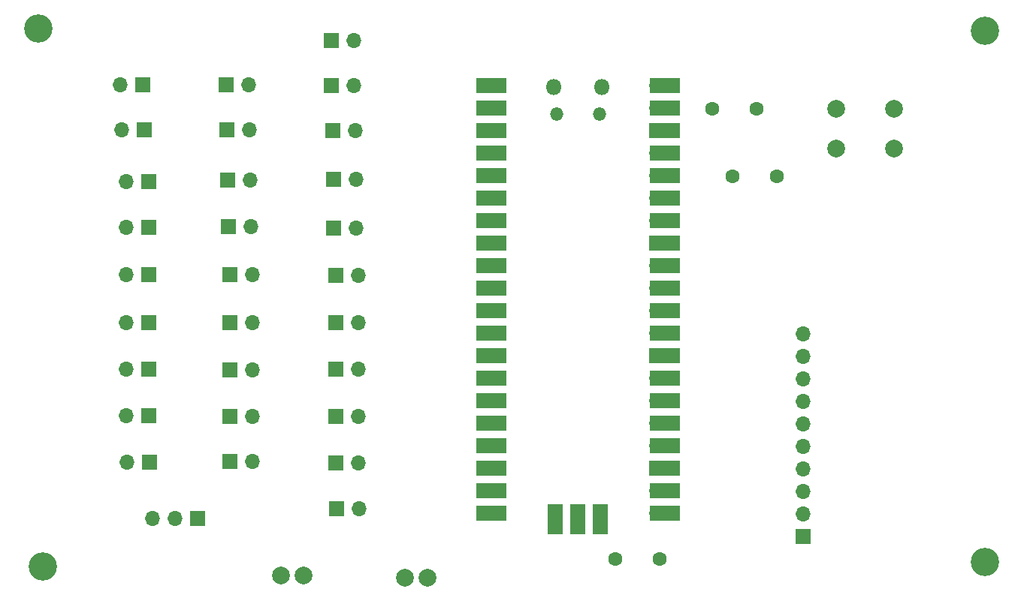
<source format=gbr>
%TF.GenerationSoftware,KiCad,Pcbnew,(6.0.7)*%
%TF.CreationDate,2022-09-20T14:40:13-04:00*%
%TF.ProjectId,RPi Pico Core,52506920-5069-4636-9f20-436f72652e6b,rev?*%
%TF.SameCoordinates,Original*%
%TF.FileFunction,Soldermask,Top*%
%TF.FilePolarity,Negative*%
%FSLAX46Y46*%
G04 Gerber Fmt 4.6, Leading zero omitted, Abs format (unit mm)*
G04 Created by KiCad (PCBNEW (6.0.7)) date 2022-09-20 14:40:13*
%MOMM*%
%LPD*%
G01*
G04 APERTURE LIST*
%ADD10C,2.000000*%
%ADD11C,3.200000*%
%ADD12O,1.800000X1.800000*%
%ADD13O,1.500000X1.500000*%
%ADD14O,1.700000X1.700000*%
%ADD15R,3.500000X1.700000*%
%ADD16R,1.700000X1.700000*%
%ADD17R,1.700000X3.500000*%
%ADD18C,1.600000*%
G04 APERTURE END LIST*
D10*
%TO.C,TP2*%
X141593000Y-128210000D03*
X139053000Y-128210000D03*
%TD*%
%TO.C,TP1*%
X125083000Y-127956000D03*
X127623000Y-127956000D03*
%TD*%
D11*
%TO.C,H4*%
X97778000Y-66234000D03*
%TD*%
%TO.C,H3*%
X204458000Y-66488000D03*
%TD*%
%TO.C,H2*%
X204458000Y-126432000D03*
%TD*%
%TO.C,H1*%
X98286000Y-126940000D03*
%TD*%
D12*
%TO.C,U1*%
X155832081Y-72810000D03*
D13*
X156132081Y-75840000D03*
D12*
X161282081Y-72810000D03*
D13*
X160982081Y-75840000D03*
D14*
X149667081Y-72680000D03*
D15*
X148767081Y-72680000D03*
X148767081Y-75220000D03*
D14*
X149667081Y-75220000D03*
D16*
X149667081Y-77760000D03*
D15*
X148767081Y-77760000D03*
D14*
X149667081Y-80300000D03*
D15*
X148767081Y-80300000D03*
X148767081Y-82840000D03*
D14*
X149667081Y-82840000D03*
D15*
X148767081Y-85380000D03*
D14*
X149667081Y-85380000D03*
D15*
X148767081Y-87920000D03*
D14*
X149667081Y-87920000D03*
D15*
X148767081Y-90460000D03*
D16*
X149667081Y-90460000D03*
D15*
X148767081Y-93000000D03*
D14*
X149667081Y-93000000D03*
X149667081Y-95540000D03*
D15*
X148767081Y-95540000D03*
D14*
X149667081Y-98080000D03*
D15*
X148767081Y-98080000D03*
D14*
X149667081Y-100620000D03*
D15*
X148767081Y-100620000D03*
D16*
X149667081Y-103160000D03*
D15*
X148767081Y-103160000D03*
D14*
X149667081Y-105700000D03*
D15*
X148767081Y-105700000D03*
X148767081Y-108240000D03*
D14*
X149667081Y-108240000D03*
D15*
X148767081Y-110780000D03*
D14*
X149667081Y-110780000D03*
D15*
X148767081Y-113320000D03*
D14*
X149667081Y-113320000D03*
D15*
X148767081Y-115860000D03*
D16*
X149667081Y-115860000D03*
D15*
X148767081Y-118400000D03*
D14*
X149667081Y-118400000D03*
X149667081Y-120940000D03*
D15*
X148767081Y-120940000D03*
D14*
X167447081Y-120940000D03*
D15*
X168347081Y-120940000D03*
D14*
X167447081Y-118400000D03*
D15*
X168347081Y-118400000D03*
X168347081Y-115860000D03*
D16*
X167447081Y-115860000D03*
D15*
X168347081Y-113320000D03*
D14*
X167447081Y-113320000D03*
D15*
X168347081Y-110780000D03*
D14*
X167447081Y-110780000D03*
X167447081Y-108240000D03*
D15*
X168347081Y-108240000D03*
X168347081Y-105700000D03*
D14*
X167447081Y-105700000D03*
D15*
X168347081Y-103160000D03*
D16*
X167447081Y-103160000D03*
D14*
X167447081Y-100620000D03*
D15*
X168347081Y-100620000D03*
D14*
X167447081Y-98080000D03*
D15*
X168347081Y-98080000D03*
D14*
X167447081Y-95540000D03*
D15*
X168347081Y-95540000D03*
X168347081Y-93000000D03*
D14*
X167447081Y-93000000D03*
D15*
X168347081Y-90460000D03*
D16*
X167447081Y-90460000D03*
D14*
X167447081Y-87920000D03*
D15*
X168347081Y-87920000D03*
D14*
X167447081Y-85380000D03*
D15*
X168347081Y-85380000D03*
X168347081Y-82840000D03*
D14*
X167447081Y-82840000D03*
D15*
X168347081Y-80300000D03*
D14*
X167447081Y-80300000D03*
D16*
X167447081Y-77760000D03*
D15*
X168347081Y-77760000D03*
X168347081Y-75220000D03*
D14*
X167447081Y-75220000D03*
X167447081Y-72680000D03*
D15*
X168347081Y-72680000D03*
D17*
X156017081Y-121610000D03*
D14*
X156017081Y-120710000D03*
D16*
X158557081Y-120710000D03*
D17*
X158557081Y-121610000D03*
X161097081Y-121610000D03*
D14*
X161097081Y-120710000D03*
%TD*%
D16*
%TO.C,R23*%
X119192081Y-88580000D03*
D14*
X121732081Y-88580000D03*
%TD*%
D16*
%TO.C,R37*%
X131317081Y-115255000D03*
D14*
X133857081Y-115255000D03*
%TD*%
D16*
%TO.C,R25*%
X119307081Y-99390000D03*
D14*
X121847081Y-99390000D03*
%TD*%
D16*
%TO.C,R17*%
X110232081Y-109880000D03*
D14*
X107692081Y-109880000D03*
%TD*%
D16*
%TO.C,R12*%
X110227081Y-83470000D03*
D14*
X107687081Y-83470000D03*
%TD*%
D16*
%TO.C,R13*%
X110157081Y-88650000D03*
D14*
X107617081Y-88650000D03*
%TD*%
D16*
%TO.C,R18*%
X110267081Y-115130000D03*
D14*
X107727081Y-115130000D03*
%TD*%
D16*
%TO.C,R34*%
X131267081Y-99405000D03*
D14*
X133807081Y-99405000D03*
%TD*%
D16*
%TO.C,R15*%
X110157081Y-99390000D03*
D14*
X107617081Y-99390000D03*
%TD*%
D16*
%TO.C,R38*%
X131347081Y-120415000D03*
D14*
X133887081Y-120415000D03*
%TD*%
D16*
%TO.C,R33*%
X131297081Y-94095000D03*
D14*
X133837081Y-94095000D03*
%TD*%
D10*
%TO.C,SW1*%
X194163081Y-79807000D03*
X187663081Y-79807000D03*
X194163081Y-75307000D03*
X187663081Y-75307000D03*
%TD*%
D18*
%TO.C,C3*%
X178681081Y-75271000D03*
X173681081Y-75271000D03*
%TD*%
D16*
%TO.C,R29*%
X130797081Y-72675000D03*
D14*
X133337081Y-72675000D03*
%TD*%
D16*
%TO.C,R10*%
X109497081Y-72540000D03*
D14*
X106957081Y-72540000D03*
%TD*%
D18*
%TO.C,C2*%
X180967081Y-82891000D03*
X175967081Y-82891000D03*
%TD*%
D16*
%TO.C,R24*%
X119347081Y-93980000D03*
D14*
X121887081Y-93980000D03*
%TD*%
D16*
%TO.C,R28*%
X119347081Y-115080000D03*
D14*
X121887081Y-115080000D03*
%TD*%
D18*
%TO.C,C1*%
X162759081Y-126071000D03*
X167759081Y-126071000D03*
%TD*%
D16*
%TO.C,J2*%
X115714081Y-121499000D03*
D14*
X113174081Y-121499000D03*
X110634081Y-121499000D03*
%TD*%
D16*
%TO.C,J1*%
X183957081Y-123570000D03*
D14*
X183957081Y-121030000D03*
X183957081Y-118490000D03*
X183957081Y-115950000D03*
X183957081Y-113410000D03*
X183957081Y-110870000D03*
X183957081Y-108330000D03*
X183957081Y-105790000D03*
X183957081Y-103250000D03*
X183957081Y-100710000D03*
%TD*%
D16*
%TO.C,R16*%
X110197081Y-104660000D03*
D14*
X107657081Y-104660000D03*
%TD*%
D16*
%TO.C,R11*%
X109727081Y-77640000D03*
D14*
X107187081Y-77640000D03*
%TD*%
D16*
%TO.C,R36*%
X131307081Y-110025000D03*
D14*
X133847081Y-110025000D03*
%TD*%
D16*
%TO.C,R31*%
X131037081Y-83255000D03*
D14*
X133577081Y-83255000D03*
%TD*%
D16*
%TO.C,R27*%
X119297081Y-109990000D03*
D14*
X121837081Y-109990000D03*
%TD*%
D16*
%TO.C,R32*%
X130987081Y-88785000D03*
D14*
X133527081Y-88785000D03*
%TD*%
D16*
%TO.C,R30*%
X130917081Y-77765000D03*
D14*
X133457081Y-77765000D03*
%TD*%
D16*
%TO.C,R19*%
X130727081Y-67545000D03*
D14*
X133267081Y-67545000D03*
%TD*%
D16*
%TO.C,R14*%
X110157081Y-93980000D03*
D14*
X107617081Y-93980000D03*
%TD*%
D16*
%TO.C,R22*%
X119067081Y-83320000D03*
D14*
X121607081Y-83320000D03*
%TD*%
D16*
%TO.C,R20*%
X118887081Y-72550000D03*
D14*
X121427081Y-72550000D03*
%TD*%
D16*
%TO.C,R35*%
X131307081Y-104695000D03*
D14*
X133847081Y-104695000D03*
%TD*%
D16*
%TO.C,R26*%
X119297081Y-104720000D03*
D14*
X121837081Y-104720000D03*
%TD*%
D16*
%TO.C,R21*%
X119007081Y-77680000D03*
D14*
X121547081Y-77680000D03*
%TD*%
M02*

</source>
